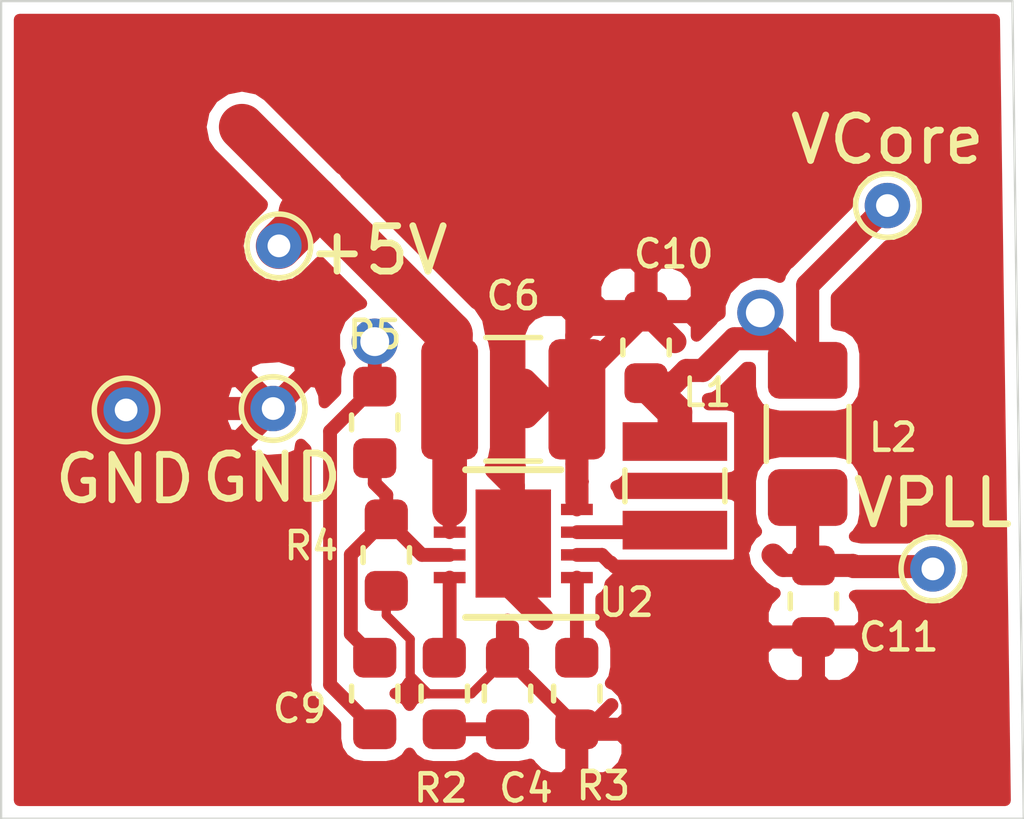
<source format=kicad_pcb>
(kicad_pcb (version 20171130) (host pcbnew 5.0.2-bee76a0~70~ubuntu18.04.1)

  (general
    (thickness 1.6)
    (drawings 4)
    (tracks 116)
    (zones 0)
    (modules 17)
    (nets 10)
  )

  (page A4)
  (layers
    (0 F.Cu signal)
    (1 In1.Cu signal hide)
    (2 In2.Cu signal hide)
    (31 B.Cu signal hide)
    (33 F.Adhes user hide)
    (35 F.Paste user hide)
    (37 F.SilkS user)
    (38 B.Mask user)
    (39 F.Mask user)
    (40 Dwgs.User user)
    (41 Cmts.User user)
    (42 Eco1.User user)
    (43 Eco2.User user)
    (44 Edge.Cuts user)
    (45 Margin user)
    (46 B.CrtYd user hide)
    (47 F.CrtYd user hide)
    (49 F.Fab user hide)
  )

  (setup
    (last_trace_width 0.508)
    (user_trace_width 0.1524)
    (user_trace_width 0.2032)
    (user_trace_width 0.3048)
    (user_trace_width 0.508)
    (user_trace_width 0.762)
    (user_trace_width 1.016)
    (user_trace_width 1.27)
    (trace_clearance 0.1524)
    (zone_clearance 0.254)
    (zone_45_only no)
    (trace_min 0.1524)
    (segment_width 0.2)
    (edge_width 0.05)
    (via_size 0.508)
    (via_drill 0.254)
    (via_min_size 0.508)
    (via_min_drill 0.254)
    (uvia_size 0.508)
    (uvia_drill 0.254)
    (uvias_allowed no)
    (uvia_min_size 0.2)
    (uvia_min_drill 0.1)
    (pcb_text_width 0.3)
    (pcb_text_size 1.5 1.5)
    (mod_edge_width 0.15)
    (mod_text_size 1 1)
    (mod_text_width 0.15)
    (pad_size 1.524 1.524)
    (pad_drill 0.762)
    (pad_to_mask_clearance 0.0508)
    (solder_mask_min_width 0.101)
    (aux_axis_origin 0 0)
    (visible_elements FFFDFF7F)
    (pcbplotparams
      (layerselection 0x010e8_ffffffff)
      (usegerberextensions false)
      (usegerberattributes false)
      (usegerberadvancedattributes false)
      (creategerberjobfile false)
      (excludeedgelayer true)
      (linewidth 0.100000)
      (plotframeref false)
      (viasonmask false)
      (mode 1)
      (useauxorigin false)
      (hpglpennumber 1)
      (hpglpenspeed 20)
      (hpglpendiameter 15.000000)
      (psnegative false)
      (psa4output false)
      (plotreference true)
      (plotvalue false)
      (plotinvisibletext false)
      (padsonsilk false)
      (subtractmaskfromsilk false)
      (outputformat 1)
      (mirror false)
      (drillshape 0)
      (scaleselection 1)
      (outputdirectory "/home/hugh/Dropbox/PSAS/PSAS_repos/newGPS/oresat-gps-hardware/MicroSemi_FPGA_Dev_Board/kicad_board_design/A3P250_Dev_Board/design_files/"))
  )

  (net 0 "")
  (net 1 GND)
  (net 2 "Net-(C4-Pad1)")
  (net 3 "Net-(C10-Pad1)")
  (net 4 "Net-(C9-Pad2)")
  (net 5 +5V)
  (net 6 "Net-(L1-Pad1)")
  (net 7 "Net-(C11-Pad1)")
  (net 8 "Net-(R2-Pad2)")
  (net 9 "Net-(R3-Pad2)")

  (net_class Default "This is the default net class."
    (clearance 0.1524)
    (trace_width 0.1524)
    (via_dia 0.508)
    (via_drill 0.254)
    (uvia_dia 0.508)
    (uvia_drill 0.254)
    (add_net +5V)
    (add_net GND)
    (add_net "Net-(C10-Pad1)")
    (add_net "Net-(C11-Pad1)")
    (add_net "Net-(C4-Pad1)")
    (add_net "Net-(C9-Pad2)")
    (add_net "Net-(L1-Pad1)")
    (add_net "Net-(R2-Pad2)")
    (add_net "Net-(R3-Pad2)")
  )

  (module TestPoint:TestPoint_THTPad_D1.0mm_Drill0.5mm (layer F.Cu) (tedit 5DD38F22) (tstamp 5DDD21E9)
    (at 78.75 84.25)
    (descr "THT pad as test Point, diameter 1.0mm, hole diameter 0.5mm")
    (tags "test point THT pad")
    (path /5DC7725E/5DD257FC)
    (attr virtual)
    (fp_text reference GND (at -0.0254 1.524) (layer F.SilkS)
      (effects (font (size 1 1) (thickness 0.15)))
    )
    (fp_text value GND (at 0 1.55) (layer F.Fab)
      (effects (font (size 1 1) (thickness 0.15)))
    )
    (fp_circle (center 0 0) (end 0 0.7) (layer F.SilkS) (width 0.12))
    (fp_circle (center 0 0) (end 1 0) (layer F.CrtYd) (width 0.05))
    (fp_text user %R (at 0 -1.45) (layer F.Fab)
      (effects (font (size 1 1) (thickness 0.15)))
    )
    (pad 1 thru_hole circle (at 0 0) (size 1 1) (drill 0.5) (layers *.Cu *.Mask)
      (net 1 GND))
  )

  (module TestPoint:TestPoint_THTPad_D1.0mm_Drill0.5mm (layer F.Cu) (tedit 5DD8C6FA) (tstamp 5DDD1BDB)
    (at 95.5 79.75)
    (descr "THT pad as test Point, diameter 1.0mm, hole diameter 0.5mm")
    (tags "test point THT pad")
    (path /5DD3E74F)
    (attr virtual)
    (fp_text reference VCore (at 0 -1.448) (layer F.SilkS)
      (effects (font (size 1 1) (thickness 0.15)))
    )
    (fp_text value "1.5V Core" (at 0 1.55) (layer F.Fab)
      (effects (font (size 1 1) (thickness 0.15)))
    )
    (fp_text user %R (at 0 -1.45) (layer F.Fab)
      (effects (font (size 1 1) (thickness 0.15)))
    )
    (fp_circle (center 0 0) (end 1 0) (layer F.CrtYd) (width 0.05))
    (fp_circle (center 0 0) (end 0 0.7) (layer F.SilkS) (width 0.12))
    (pad 1 thru_hole circle (at 0 0) (size 1 1) (drill 0.5) (layers *.Cu *.Mask)
      (net 3 "Net-(C10-Pad1)"))
  )

  (module TestPoint:TestPoint_THTPad_D1.0mm_Drill0.5mm (layer F.Cu) (tedit 5DD8C6ED) (tstamp 5DDD1BE3)
    (at 96.5 87.75)
    (descr "THT pad as test Point, diameter 1.0mm, hole diameter 0.5mm")
    (tags "test point THT pad")
    (path /5DD451A3)
    (attr virtual)
    (fp_text reference VPLL (at 0 -1.448) (layer F.SilkS)
      (effects (font (size 1 1) (thickness 0.15)))
    )
    (fp_text value "1.5V PLL" (at 0 1.55) (layer F.Fab)
      (effects (font (size 1 1) (thickness 0.15)))
    )
    (fp_circle (center 0 0) (end 0 0.7) (layer F.SilkS) (width 0.12))
    (fp_circle (center 0 0) (end 1 0) (layer F.CrtYd) (width 0.05))
    (fp_text user %R (at 0 -1.45) (layer F.Fab)
      (effects (font (size 1 1) (thickness 0.15)))
    )
    (pad 1 thru_hole circle (at 0 0) (size 1 1) (drill 0.5) (layers *.Cu *.Mask)
      (net 7 "Net-(C11-Pad1)"))
  )

  (module Capacitor_SMD:C_0603_1608Metric (layer F.Cu) (tedit 5DD18DED) (tstamp 5DD59826)
    (at 87.141 90.493 90)
    (descr "Capacitor SMD 0603 (1608 Metric), square (rectangular) end terminal, IPC_7351 nominal, (Body size source: http://www.tortai-tech.com/upload/download/2011102023233369053.pdf), generated with kicad-footprint-generator")
    (tags capacitor)
    (path /5DCA757A)
    (attr smd)
    (fp_text reference C4 (at -2.0828 0.4064 180) (layer F.SilkS)
      (effects (font (size 0.6 0.6) (thickness 0.1)))
    )
    (fp_text value 680pF (at 0 1.43 90) (layer F.Fab)
      (effects (font (size 1 1) (thickness 0.15)))
    )
    (fp_line (start -0.8 0.4) (end -0.8 -0.4) (layer F.Fab) (width 0.1))
    (fp_line (start -0.8 -0.4) (end 0.8 -0.4) (layer F.Fab) (width 0.1))
    (fp_line (start 0.8 -0.4) (end 0.8 0.4) (layer F.Fab) (width 0.1))
    (fp_line (start 0.8 0.4) (end -0.8 0.4) (layer F.Fab) (width 0.1))
    (fp_line (start -0.162779 -0.51) (end 0.162779 -0.51) (layer F.SilkS) (width 0.12))
    (fp_line (start -0.162779 0.51) (end 0.162779 0.51) (layer F.SilkS) (width 0.12))
    (fp_line (start -1.48 0.73) (end -1.48 -0.73) (layer F.CrtYd) (width 0.05))
    (fp_line (start -1.48 -0.73) (end 1.48 -0.73) (layer F.CrtYd) (width 0.05))
    (fp_line (start 1.48 -0.73) (end 1.48 0.73) (layer F.CrtYd) (width 0.05))
    (fp_line (start 1.48 0.73) (end -1.48 0.73) (layer F.CrtYd) (width 0.05))
    (fp_text user %R (at 0 0 90) (layer F.Fab)
      (effects (font (size 0.4 0.4) (thickness 0.06)))
    )
    (pad 1 smd roundrect (at -0.7875 0 90) (size 0.875 0.95) (layers F.Cu F.Paste F.Mask) (roundrect_rratio 0.25)
      (net 2 "Net-(C4-Pad1)"))
    (pad 2 smd roundrect (at 0.7875 0 90) (size 0.875 0.95) (layers F.Cu F.Paste F.Mask) (roundrect_rratio 0.25)
      (net 1 GND))
    (model ${KISYS3DMOD}/Capacitor_SMD.3dshapes/C_0603_1608Metric.wrl
      (at (xyz 0 0 0))
      (scale (xyz 1 1 1))
      (rotate (xyz 0 0 0))
    )
  )

  (module Capacitor_SMD:C_0603_1608Metric (layer F.Cu) (tedit 5DD18D5B) (tstamp 5DD59837)
    (at 84.22 90.493 90)
    (descr "Capacitor SMD 0603 (1608 Metric), square (rectangular) end terminal, IPC_7351 nominal, (Body size source: http://www.tortai-tech.com/upload/download/2011102023233369053.pdf), generated with kicad-footprint-generator")
    (tags capacitor)
    (path /5DCA3E29)
    (attr smd)
    (fp_text reference C9 (at -0.3302 -1.651 180) (layer F.SilkS)
      (effects (font (size 0.6 0.6) (thickness 0.1)))
    )
    (fp_text value 22pF (at 0 1.43 90) (layer F.Fab)
      (effects (font (size 1 1) (thickness 0.15)))
    )
    (fp_text user %R (at 0 0 90) (layer F.Fab)
      (effects (font (size 0.4 0.4) (thickness 0.06)))
    )
    (fp_line (start 1.48 0.73) (end -1.48 0.73) (layer F.CrtYd) (width 0.05))
    (fp_line (start 1.48 -0.73) (end 1.48 0.73) (layer F.CrtYd) (width 0.05))
    (fp_line (start -1.48 -0.73) (end 1.48 -0.73) (layer F.CrtYd) (width 0.05))
    (fp_line (start -1.48 0.73) (end -1.48 -0.73) (layer F.CrtYd) (width 0.05))
    (fp_line (start -0.162779 0.51) (end 0.162779 0.51) (layer F.SilkS) (width 0.12))
    (fp_line (start -0.162779 -0.51) (end 0.162779 -0.51) (layer F.SilkS) (width 0.12))
    (fp_line (start 0.8 0.4) (end -0.8 0.4) (layer F.Fab) (width 0.1))
    (fp_line (start 0.8 -0.4) (end 0.8 0.4) (layer F.Fab) (width 0.1))
    (fp_line (start -0.8 -0.4) (end 0.8 -0.4) (layer F.Fab) (width 0.1))
    (fp_line (start -0.8 0.4) (end -0.8 -0.4) (layer F.Fab) (width 0.1))
    (pad 2 smd roundrect (at 0.7875 0 90) (size 0.875 0.95) (layers F.Cu F.Paste F.Mask) (roundrect_rratio 0.25)
      (net 4 "Net-(C9-Pad2)"))
    (pad 1 smd roundrect (at -0.7875 0 90) (size 0.875 0.95) (layers F.Cu F.Paste F.Mask) (roundrect_rratio 0.25)
      (net 3 "Net-(C10-Pad1)"))
    (model ${KISYS3DMOD}/Capacitor_SMD.3dshapes/C_0603_1608Metric.wrl
      (at (xyz 0 0 0))
      (scale (xyz 1 1 1))
      (rotate (xyz 0 0 0))
    )
  )

  (module Inductor_SMD:L_Wuerth_MAPI-2512 (layer F.Cu) (tedit 5DD18DD3) (tstamp 5DD59936)
    (at 90.824 85.921 90)
    (descr "Inductor, Wuerth Elektronik, Wuerth_MAPI-2512, 2.5mmx2.0mm")
    (tags "inductor Wuerth smd")
    (path /5DCA3C29)
    (attr smd)
    (fp_text reference L1 (at 2.0574 0.7112 180) (layer F.SilkS)
      (effects (font (size 0.6 0.6) (thickness 0.1)))
    )
    (fp_text value 2.2uH (at 0 2.65 90) (layer F.Fab)
      (effects (font (size 1 1) (thickness 0.15)))
    )
    (fp_line (start -0.35 1.1) (end 0.35 1.1) (layer F.SilkS) (width 0.12))
    (fp_line (start -0.35 -1.1) (end 0.35 -1.1) (layer F.SilkS) (width 0.12))
    (fp_line (start 1.75 -1.5) (end -1.75 -1.5) (layer F.CrtYd) (width 0.05))
    (fp_line (start 1.75 1.5) (end 1.75 -1.5) (layer F.CrtYd) (width 0.05))
    (fp_line (start -1.75 1.5) (end 1.75 1.5) (layer F.CrtYd) (width 0.05))
    (fp_line (start -1.75 -1.5) (end -1.75 1.5) (layer F.CrtYd) (width 0.05))
    (fp_line (start 1.25 -1) (end -1.25 -1) (layer F.Fab) (width 0.1))
    (fp_line (start 1.25 1) (end 1.25 -1) (layer F.Fab) (width 0.1))
    (fp_line (start -1.25 1) (end 1.25 1) (layer F.Fab) (width 0.1))
    (fp_line (start -1.25 -1) (end -1.25 1) (layer F.Fab) (width 0.1))
    (fp_text user %R (at 0 0 90) (layer F.Fab)
      (effects (font (size 0.6 0.6) (thickness 0.09)))
    )
    (pad 2 smd rect (at 0.975 0 90) (size 0.85 2.3) (layers F.Cu F.Paste F.Mask)
      (net 3 "Net-(C10-Pad1)"))
    (pad 1 smd rect (at -0.975 0 90) (size 0.85 2.3) (layers F.Cu F.Paste F.Mask)
      (net 6 "Net-(L1-Pad1)"))
    (model ${KISYS3DMOD}/Inductor_SMD.3dshapes/L_Wuerth_MAPI-2512.wrl
      (at (xyz 0 0 0))
      (scale (xyz 1 1 1))
      (rotate (xyz 0 0 0))
    )
  )

  (module Inductor_SMD:L_1206_3216Metric (layer F.Cu) (tedit 5DD18DC6) (tstamp 5DD59947)
    (at 93.745 84.778 270)
    (descr "Inductor SMD 1206 (3216 Metric), square (rectangular) end terminal, IPC_7351 nominal, (Body size source: http://www.tortai-tech.com/upload/download/2011102023233369053.pdf), generated with kicad-footprint-generator")
    (tags inductor)
    (path /5DCAAFDF)
    (attr smd)
    (fp_text reference L2 (at 0.0762 -1.8796) (layer F.SilkS)
      (effects (font (size 0.6 0.6) (thickness 0.1)))
    )
    (fp_text value 6.8uH (at 0 1.82 270) (layer F.Fab)
      (effects (font (size 1 1) (thickness 0.15)))
    )
    (fp_text user %R (at 0 0 270) (layer F.Fab)
      (effects (font (size 0.8 0.8) (thickness 0.12)))
    )
    (fp_line (start 2.28 1.12) (end -2.28 1.12) (layer F.CrtYd) (width 0.05))
    (fp_line (start 2.28 -1.12) (end 2.28 1.12) (layer F.CrtYd) (width 0.05))
    (fp_line (start -2.28 -1.12) (end 2.28 -1.12) (layer F.CrtYd) (width 0.05))
    (fp_line (start -2.28 1.12) (end -2.28 -1.12) (layer F.CrtYd) (width 0.05))
    (fp_line (start -0.602064 0.91) (end 0.602064 0.91) (layer F.SilkS) (width 0.12))
    (fp_line (start -0.602064 -0.91) (end 0.602064 -0.91) (layer F.SilkS) (width 0.12))
    (fp_line (start 1.6 0.8) (end -1.6 0.8) (layer F.Fab) (width 0.1))
    (fp_line (start 1.6 -0.8) (end 1.6 0.8) (layer F.Fab) (width 0.1))
    (fp_line (start -1.6 -0.8) (end 1.6 -0.8) (layer F.Fab) (width 0.1))
    (fp_line (start -1.6 0.8) (end -1.6 -0.8) (layer F.Fab) (width 0.1))
    (pad 2 smd roundrect (at 1.4 0 270) (size 1.25 1.75) (layers F.Cu F.Paste F.Mask) (roundrect_rratio 0.2)
      (net 7 "Net-(C11-Pad1)"))
    (pad 1 smd roundrect (at -1.4 0 270) (size 1.25 1.75) (layers F.Cu F.Paste F.Mask) (roundrect_rratio 0.2)
      (net 3 "Net-(C10-Pad1)"))
    (model ${KISYS3DMOD}/Inductor_SMD.3dshapes/L_1206_3216Metric.wrl
      (at (xyz 0 0 0))
      (scale (xyz 1 1 1))
      (rotate (xyz 0 0 0))
    )
  )

  (module Resistor_SMD:R_0603_1608Metric (layer F.Cu) (tedit 5DD18DE5) (tstamp 5DD59969)
    (at 85.75 90.493 90)
    (descr "Resistor SMD 0603 (1608 Metric), square (rectangular) end terminal, IPC_7351 nominal, (Body size source: http://www.tortai-tech.com/upload/download/2011102023233369053.pdf), generated with kicad-footprint-generator")
    (tags resistor)
    (path /5DCA7506)
    (attr smd)
    (fp_text reference R2 (at -2.0828 -0.0762 180) (layer F.SilkS)
      (effects (font (size 0.6 0.6) (thickness 0.1)))
    )
    (fp_text value 16.9K (at 0 1.43 90) (layer F.Fab)
      (effects (font (size 1 1) (thickness 0.15)))
    )
    (fp_line (start -0.8 0.4) (end -0.8 -0.4) (layer F.Fab) (width 0.1))
    (fp_line (start -0.8 -0.4) (end 0.8 -0.4) (layer F.Fab) (width 0.1))
    (fp_line (start 0.8 -0.4) (end 0.8 0.4) (layer F.Fab) (width 0.1))
    (fp_line (start 0.8 0.4) (end -0.8 0.4) (layer F.Fab) (width 0.1))
    (fp_line (start -0.162779 -0.51) (end 0.162779 -0.51) (layer F.SilkS) (width 0.12))
    (fp_line (start -0.162779 0.51) (end 0.162779 0.51) (layer F.SilkS) (width 0.12))
    (fp_line (start -1.48 0.73) (end -1.48 -0.73) (layer F.CrtYd) (width 0.05))
    (fp_line (start -1.48 -0.73) (end 1.48 -0.73) (layer F.CrtYd) (width 0.05))
    (fp_line (start 1.48 -0.73) (end 1.48 0.73) (layer F.CrtYd) (width 0.05))
    (fp_line (start 1.48 0.73) (end -1.48 0.73) (layer F.CrtYd) (width 0.05))
    (fp_text user %R (at 0 0 90) (layer F.Fab)
      (effects (font (size 0.4 0.4) (thickness 0.06)))
    )
    (pad 1 smd roundrect (at -0.7875 0 90) (size 0.875 0.95) (layers F.Cu F.Paste F.Mask) (roundrect_rratio 0.25)
      (net 2 "Net-(C4-Pad1)"))
    (pad 2 smd roundrect (at 0.7875 0 90) (size 0.875 0.95) (layers F.Cu F.Paste F.Mask) (roundrect_rratio 0.25)
      (net 8 "Net-(R2-Pad2)"))
    (model ${KISYS3DMOD}/Resistor_SMD.3dshapes/R_0603_1608Metric.wrl
      (at (xyz 0 0 0))
      (scale (xyz 1 1 1))
      (rotate (xyz 0 0 0))
    )
  )

  (module Resistor_SMD:R_0603_1608Metric (layer F.Cu) (tedit 5DD18DF6) (tstamp 5DD5997A)
    (at 88.665 90.493 90)
    (descr "Resistor SMD 0603 (1608 Metric), square (rectangular) end terminal, IPC_7351 nominal, (Body size source: http://www.tortai-tech.com/upload/download/2011102023233369053.pdf), generated with kicad-footprint-generator")
    (tags resistor)
    (path /5DCA6B08)
    (attr smd)
    (fp_text reference R3 (at -2.032 0.5842 180) (layer F.SilkS)
      (effects (font (size 0.6 0.6) (thickness 0.1)))
    )
    (fp_text value 549K (at 0 1.43 90) (layer F.Fab)
      (effects (font (size 1 1) (thickness 0.15)))
    )
    (fp_text user %R (at 0 0 90) (layer F.Fab)
      (effects (font (size 0.4 0.4) (thickness 0.06)))
    )
    (fp_line (start 1.48 0.73) (end -1.48 0.73) (layer F.CrtYd) (width 0.05))
    (fp_line (start 1.48 -0.73) (end 1.48 0.73) (layer F.CrtYd) (width 0.05))
    (fp_line (start -1.48 -0.73) (end 1.48 -0.73) (layer F.CrtYd) (width 0.05))
    (fp_line (start -1.48 0.73) (end -1.48 -0.73) (layer F.CrtYd) (width 0.05))
    (fp_line (start -0.162779 0.51) (end 0.162779 0.51) (layer F.SilkS) (width 0.12))
    (fp_line (start -0.162779 -0.51) (end 0.162779 -0.51) (layer F.SilkS) (width 0.12))
    (fp_line (start 0.8 0.4) (end -0.8 0.4) (layer F.Fab) (width 0.1))
    (fp_line (start 0.8 -0.4) (end 0.8 0.4) (layer F.Fab) (width 0.1))
    (fp_line (start -0.8 -0.4) (end 0.8 -0.4) (layer F.Fab) (width 0.1))
    (fp_line (start -0.8 0.4) (end -0.8 -0.4) (layer F.Fab) (width 0.1))
    (pad 2 smd roundrect (at 0.7875 0 90) (size 0.875 0.95) (layers F.Cu F.Paste F.Mask) (roundrect_rratio 0.25)
      (net 9 "Net-(R3-Pad2)"))
    (pad 1 smd roundrect (at -0.7875 0 90) (size 0.875 0.95) (layers F.Cu F.Paste F.Mask) (roundrect_rratio 0.25)
      (net 1 GND))
    (model ${KISYS3DMOD}/Resistor_SMD.3dshapes/R_0603_1608Metric.wrl
      (at (xyz 0 0 0))
      (scale (xyz 1 1 1))
      (rotate (xyz 0 0 0))
    )
  )

  (module Resistor_SMD:R_0603_1608Metric (layer F.Cu) (tedit 5DD18D69) (tstamp 5DD5998B)
    (at 84.474 87.445 90)
    (descr "Resistor SMD 0603 (1608 Metric), square (rectangular) end terminal, IPC_7351 nominal, (Body size source: http://www.tortai-tech.com/upload/download/2011102023233369053.pdf), generated with kicad-footprint-generator")
    (tags resistor)
    (path /5DCA4525)
    (attr smd)
    (fp_text reference R4 (at 0.2032 -1.651 180) (layer F.SilkS)
      (effects (font (size 0.6 0.6) (thickness 0.1)))
    )
    (fp_text value 287K (at 0 1.43 90) (layer F.Fab)
      (effects (font (size 1 1) (thickness 0.15)))
    )
    (fp_line (start -0.8 0.4) (end -0.8 -0.4) (layer F.Fab) (width 0.1))
    (fp_line (start -0.8 -0.4) (end 0.8 -0.4) (layer F.Fab) (width 0.1))
    (fp_line (start 0.8 -0.4) (end 0.8 0.4) (layer F.Fab) (width 0.1))
    (fp_line (start 0.8 0.4) (end -0.8 0.4) (layer F.Fab) (width 0.1))
    (fp_line (start -0.162779 -0.51) (end 0.162779 -0.51) (layer F.SilkS) (width 0.12))
    (fp_line (start -0.162779 0.51) (end 0.162779 0.51) (layer F.SilkS) (width 0.12))
    (fp_line (start -1.48 0.73) (end -1.48 -0.73) (layer F.CrtYd) (width 0.05))
    (fp_line (start -1.48 -0.73) (end 1.48 -0.73) (layer F.CrtYd) (width 0.05))
    (fp_line (start 1.48 -0.73) (end 1.48 0.73) (layer F.CrtYd) (width 0.05))
    (fp_line (start 1.48 0.73) (end -1.48 0.73) (layer F.CrtYd) (width 0.05))
    (fp_text user %R (at 0 0 90) (layer F.Fab)
      (effects (font (size 0.4 0.4) (thickness 0.06)))
    )
    (pad 1 smd roundrect (at -0.7875 0 90) (size 0.875 0.95) (layers F.Cu F.Paste F.Mask) (roundrect_rratio 0.25)
      (net 1 GND))
    (pad 2 smd roundrect (at 0.7875 0 90) (size 0.875 0.95) (layers F.Cu F.Paste F.Mask) (roundrect_rratio 0.25)
      (net 4 "Net-(C9-Pad2)"))
    (model ${KISYS3DMOD}/Resistor_SMD.3dshapes/R_0603_1608Metric.wrl
      (at (xyz 0 0 0))
      (scale (xyz 1 1 1))
      (rotate (xyz 0 0 0))
    )
  )

  (module Resistor_SMD:R_0603_1608Metric (layer F.Cu) (tedit 5DD18D7F) (tstamp 5DD5999C)
    (at 84.22 84.524 270)
    (descr "Resistor SMD 0603 (1608 Metric), square (rectangular) end terminal, IPC_7351 nominal, (Body size source: http://www.tortai-tech.com/upload/download/2011102023233369053.pdf), generated with kicad-footprint-generator")
    (tags resistor)
    (path /5DCA3D26)
    (attr smd)
    (fp_text reference R5 (at -1.9304 0) (layer F.SilkS)
      (effects (font (size 0.6 0.6) (thickness 0.1)))
    )
    (fp_text value 249K (at 0 1.43 270) (layer F.Fab)
      (effects (font (size 1 1) (thickness 0.15)))
    )
    (fp_text user %R (at 0 0 270) (layer F.Fab)
      (effects (font (size 0.4 0.4) (thickness 0.06)))
    )
    (fp_line (start 1.48 0.73) (end -1.48 0.73) (layer F.CrtYd) (width 0.05))
    (fp_line (start 1.48 -0.73) (end 1.48 0.73) (layer F.CrtYd) (width 0.05))
    (fp_line (start -1.48 -0.73) (end 1.48 -0.73) (layer F.CrtYd) (width 0.05))
    (fp_line (start -1.48 0.73) (end -1.48 -0.73) (layer F.CrtYd) (width 0.05))
    (fp_line (start -0.162779 0.51) (end 0.162779 0.51) (layer F.SilkS) (width 0.12))
    (fp_line (start -0.162779 -0.51) (end 0.162779 -0.51) (layer F.SilkS) (width 0.12))
    (fp_line (start 0.8 0.4) (end -0.8 0.4) (layer F.Fab) (width 0.1))
    (fp_line (start 0.8 -0.4) (end 0.8 0.4) (layer F.Fab) (width 0.1))
    (fp_line (start -0.8 -0.4) (end 0.8 -0.4) (layer F.Fab) (width 0.1))
    (fp_line (start -0.8 0.4) (end -0.8 -0.4) (layer F.Fab) (width 0.1))
    (pad 2 smd roundrect (at 0.7875 0 270) (size 0.875 0.95) (layers F.Cu F.Paste F.Mask) (roundrect_rratio 0.25)
      (net 4 "Net-(C9-Pad2)"))
    (pad 1 smd roundrect (at -0.7875 0 270) (size 0.875 0.95) (layers F.Cu F.Paste F.Mask) (roundrect_rratio 0.25)
      (net 3 "Net-(C10-Pad1)"))
    (model ${KISYS3DMOD}/Resistor_SMD.3dshapes/R_0603_1608Metric.wrl
      (at (xyz 0 0 0))
      (scale (xyz 1 1 1))
      (rotate (xyz 0 0 0))
    )
  )

  (module Package_DFN_QFN:DFN-8-1EP_3x3mm_P0.5mm_EP1.66x2.38mm (layer F.Cu) (tedit 5DD18DDC) (tstamp 5DD599CA)
    (at 87.268 87.191 180)
    (descr "DD Package; 8-Lead Plastic DFN (3mm x 3mm) (see Linear Technology DFN_8_05-08-1698.pdf)")
    (tags "DFN 0.5")
    (path /5DEADE9F)
    (attr smd)
    (fp_text reference U2 (at -2.4892 -1.2954 180) (layer F.SilkS)
      (effects (font (size 0.6 0.6) (thickness 0.1)))
    )
    (fp_text value LTC3561A (at 0 2.55 180) (layer F.Fab)
      (effects (font (size 1 1) (thickness 0.15)))
    )
    (fp_line (start -1.825 -1.625) (end 1.05 -1.625) (layer F.SilkS) (width 0.15))
    (fp_line (start -1.05 1.625) (end 1.05 1.625) (layer F.SilkS) (width 0.15))
    (fp_line (start -2 1.8) (end 2 1.8) (layer F.CrtYd) (width 0.05))
    (fp_line (start -2 -1.8) (end 2 -1.8) (layer F.CrtYd) (width 0.05))
    (fp_line (start 2 -1.8) (end 2 1.8) (layer F.CrtYd) (width 0.05))
    (fp_line (start -2 -1.8) (end -2 1.8) (layer F.CrtYd) (width 0.05))
    (fp_line (start -1.5 -0.5) (end -0.5 -1.5) (layer F.Fab) (width 0.15))
    (fp_line (start -1.5 1.5) (end -1.5 -0.5) (layer F.Fab) (width 0.15))
    (fp_line (start 1.5 1.5) (end -1.5 1.5) (layer F.Fab) (width 0.15))
    (fp_line (start 1.5 -1.5) (end 1.5 1.5) (layer F.Fab) (width 0.15))
    (fp_line (start -0.5 -1.5) (end 1.5 -1.5) (layer F.Fab) (width 0.15))
    (fp_text user %R (at 0 0 180) (layer F.Fab)
      (effects (font (size 0.7 0.7) (thickness 0.105)))
    )
    (pad "" smd rect (at -0.415 -0.595 180) (size 0.64 1) (layers F.Paste))
    (pad "" smd rect (at 0.415 -0.595 180) (size 0.64 1) (layers F.Paste))
    (pad "" smd rect (at -0.415 0.595 180) (size 0.64 1) (layers F.Paste))
    (pad 9 smd rect (at 0 0 180) (size 1.66 2.38) (layers F.Cu F.Mask)
      (net 1 GND))
    (pad "" smd rect (at 0.415 0.595 180) (size 0.64 1) (layers F.Paste))
    (pad 8 smd rect (at 1.4 -0.75 180) (size 0.7 0.25) (layers F.Cu F.Paste F.Mask)
      (net 8 "Net-(R2-Pad2)"))
    (pad 7 smd rect (at 1.4 -0.25 180) (size 0.7 0.25) (layers F.Cu F.Paste F.Mask)
      (net 4 "Net-(C9-Pad2)"))
    (pad 6 smd rect (at 1.4 0.25 180) (size 0.7 0.25) (layers F.Cu F.Paste F.Mask)
      (net 5 +5V))
    (pad 5 smd rect (at 1.4 0.75 180) (size 0.7 0.25) (layers F.Cu F.Paste F.Mask)
      (net 5 +5V))
    (pad 4 smd rect (at -1.4 0.75 180) (size 0.7 0.25) (layers F.Cu F.Paste F.Mask)
      (net 1 GND))
    (pad 3 smd rect (at -1.4 0.25 180) (size 0.7 0.25) (layers F.Cu F.Paste F.Mask)
      (net 6 "Net-(L1-Pad1)"))
    (pad 2 smd rect (at -1.4 -0.25 180) (size 0.7 0.25) (layers F.Cu F.Paste F.Mask)
      (net 1 GND))
    (pad 1 smd rect (at -1.4 -0.75 180) (size 0.7 0.25) (layers F.Cu F.Paste F.Mask)
      (net 9 "Net-(R3-Pad2)"))
    (model ${KISYS3DMOD}/Package_DFN_QFN.3dshapes/DFN-8-1EP_3x3mm_P0.5mm_EP1.66x2.38mm.wrl
      (at (xyz 0 0 0))
      (scale (xyz 1 1 1))
      (rotate (xyz 0 0 0))
    )
  )

  (module Capacitor_SMD:C_1210_3225Metric (layer F.Cu) (tedit 5DD18DB4) (tstamp 5DC926C6)
    (at 87.268 84.016)
    (descr "Capacitor SMD 1210 (3225 Metric), square (rectangular) end terminal, IPC_7351 nominal, (Body size source: http://www.tortai-tech.com/upload/download/2011102023233369053.pdf), generated with kicad-footprint-generator")
    (tags capacitor)
    (path /5DCA3837)
    (attr smd)
    (fp_text reference C6 (at 0 -2.28) (layer F.SilkS)
      (effects (font (size 0.6 0.6) (thickness 0.1)))
    )
    (fp_text value 22uF (at 0 -3.81) (layer F.Fab)
      (effects (font (size 1 1) (thickness 0.15)))
    )
    (fp_text user %R (at 0 0) (layer F.Fab)
      (effects (font (size 0.8 0.8) (thickness 0.12)))
    )
    (fp_line (start 2.28 1.58) (end -2.28 1.58) (layer F.CrtYd) (width 0.05))
    (fp_line (start 2.28 -1.58) (end 2.28 1.58) (layer F.CrtYd) (width 0.05))
    (fp_line (start -2.28 -1.58) (end 2.28 -1.58) (layer F.CrtYd) (width 0.05))
    (fp_line (start -2.28 1.58) (end -2.28 -1.58) (layer F.CrtYd) (width 0.05))
    (fp_line (start -0.602064 1.36) (end 0.602064 1.36) (layer F.SilkS) (width 0.12))
    (fp_line (start -0.602064 -1.36) (end 0.602064 -1.36) (layer F.SilkS) (width 0.12))
    (fp_line (start 1.6 1.25) (end -1.6 1.25) (layer F.Fab) (width 0.1))
    (fp_line (start 1.6 -1.25) (end 1.6 1.25) (layer F.Fab) (width 0.1))
    (fp_line (start -1.6 -1.25) (end 1.6 -1.25) (layer F.Fab) (width 0.1))
    (fp_line (start -1.6 1.25) (end -1.6 -1.25) (layer F.Fab) (width 0.1))
    (pad 2 smd roundrect (at 1.4 0) (size 1.25 2.65) (layers F.Cu F.Paste F.Mask) (roundrect_rratio 0.2)
      (net 1 GND))
    (pad 1 smd roundrect (at -1.4 0) (size 1.25 2.65) (layers F.Cu F.Paste F.Mask) (roundrect_rratio 0.2)
      (net 5 +5V))
    (model ${KISYS3DMOD}/Capacitor_SMD.3dshapes/C_1210_3225Metric.wrl
      (at (xyz 0 0 0))
      (scale (xyz 1 1 1))
      (rotate (xyz 0 0 0))
    )
  )

  (module Capacitor_SMD:C_0603_1608Metric (layer F.Cu) (tedit 5DD18DBD) (tstamp 5DC926F9)
    (at 90.189 82.873 90)
    (descr "Capacitor SMD 0603 (1608 Metric), square (rectangular) end terminal, IPC_7351 nominal, (Body size source: http://www.tortai-tech.com/upload/download/2011102023233369053.pdf), generated with kicad-footprint-generator")
    (tags capacitor)
    (path /5DCA3B25)
    (attr smd)
    (fp_text reference C10 (at 2.0574 0.6096 180) (layer F.SilkS)
      (effects (font (size 0.6 0.6) (thickness 0.1)))
    )
    (fp_text value 10uF (at 0 1.43 90) (layer F.Fab)
      (effects (font (size 1 1) (thickness 0.15)))
    )
    (fp_text user %R (at 0 0 90) (layer F.Fab)
      (effects (font (size 0.4 0.4) (thickness 0.06)))
    )
    (fp_line (start 1.48 0.73) (end -1.48 0.73) (layer F.CrtYd) (width 0.05))
    (fp_line (start 1.48 -0.73) (end 1.48 0.73) (layer F.CrtYd) (width 0.05))
    (fp_line (start -1.48 -0.73) (end 1.48 -0.73) (layer F.CrtYd) (width 0.05))
    (fp_line (start -1.48 0.73) (end -1.48 -0.73) (layer F.CrtYd) (width 0.05))
    (fp_line (start -0.162779 0.51) (end 0.162779 0.51) (layer F.SilkS) (width 0.12))
    (fp_line (start -0.162779 -0.51) (end 0.162779 -0.51) (layer F.SilkS) (width 0.12))
    (fp_line (start 0.8 0.4) (end -0.8 0.4) (layer F.Fab) (width 0.1))
    (fp_line (start 0.8 -0.4) (end 0.8 0.4) (layer F.Fab) (width 0.1))
    (fp_line (start -0.8 -0.4) (end 0.8 -0.4) (layer F.Fab) (width 0.1))
    (fp_line (start -0.8 0.4) (end -0.8 -0.4) (layer F.Fab) (width 0.1))
    (pad 2 smd roundrect (at 0.7875 0 90) (size 0.875 0.95) (layers F.Cu F.Paste F.Mask) (roundrect_rratio 0.25)
      (net 1 GND))
    (pad 1 smd roundrect (at -0.7875 0 90) (size 0.875 0.95) (layers F.Cu F.Paste F.Mask) (roundrect_rratio 0.25)
      (net 3 "Net-(C10-Pad1)"))
    (model ${KISYS3DMOD}/Capacitor_SMD.3dshapes/C_0603_1608Metric.wrl
      (at (xyz 0 0 0))
      (scale (xyz 1 1 1))
      (rotate (xyz 0 0 0))
    )
  )

  (module Capacitor_SMD:C_0603_1608Metric (layer F.Cu) (tedit 5DD18E00) (tstamp 5DC9270A)
    (at 93.872 88.461 270)
    (descr "Capacitor SMD 0603 (1608 Metric), square (rectangular) end terminal, IPC_7351 nominal, (Body size source: http://www.tortai-tech.com/upload/download/2011102023233369053.pdf), generated with kicad-footprint-generator")
    (tags capacitor)
    (path /5DD60577)
    (attr smd)
    (fp_text reference C11 (at 0.789 -1.878) (layer F.SilkS)
      (effects (font (size 0.6 0.6) (thickness 0.1)))
    )
    (fp_text value 10uF (at 0 1.43 270) (layer F.Fab)
      (effects (font (size 1 1) (thickness 0.15)))
    )
    (fp_line (start -0.8 0.4) (end -0.8 -0.4) (layer F.Fab) (width 0.1))
    (fp_line (start -0.8 -0.4) (end 0.8 -0.4) (layer F.Fab) (width 0.1))
    (fp_line (start 0.8 -0.4) (end 0.8 0.4) (layer F.Fab) (width 0.1))
    (fp_line (start 0.8 0.4) (end -0.8 0.4) (layer F.Fab) (width 0.1))
    (fp_line (start -0.162779 -0.51) (end 0.162779 -0.51) (layer F.SilkS) (width 0.12))
    (fp_line (start -0.162779 0.51) (end 0.162779 0.51) (layer F.SilkS) (width 0.12))
    (fp_line (start -1.48 0.73) (end -1.48 -0.73) (layer F.CrtYd) (width 0.05))
    (fp_line (start -1.48 -0.73) (end 1.48 -0.73) (layer F.CrtYd) (width 0.05))
    (fp_line (start 1.48 -0.73) (end 1.48 0.73) (layer F.CrtYd) (width 0.05))
    (fp_line (start 1.48 0.73) (end -1.48 0.73) (layer F.CrtYd) (width 0.05))
    (fp_text user %R (at 0 0 270) (layer F.Fab)
      (effects (font (size 0.4 0.4) (thickness 0.06)))
    )
    (pad 1 smd roundrect (at -0.7875 0 270) (size 0.875 0.95) (layers F.Cu F.Paste F.Mask) (roundrect_rratio 0.25)
      (net 7 "Net-(C11-Pad1)"))
    (pad 2 smd roundrect (at 0.7875 0 270) (size 0.875 0.95) (layers F.Cu F.Paste F.Mask) (roundrect_rratio 0.25)
      (net 1 GND))
    (model ${KISYS3DMOD}/Capacitor_SMD.3dshapes/C_0603_1608Metric.wrl
      (at (xyz 0 0 0))
      (scale (xyz 1 1 1))
      (rotate (xyz 0 0 0))
    )
  )

  (module TestPoint:TestPoint_THTPad_D1.0mm_Drill0.5mm (layer F.Cu) (tedit 5DD38F5B) (tstamp 5DDE5315)
    (at 82.1118 80.6378)
    (descr "THT pad as test Point, diameter 1.0mm, hole diameter 0.5mm")
    (tags "test point THT pad")
    (path /5DC7725E/5DD255AD)
    (attr virtual)
    (fp_text reference +5V (at 2.1844 0.1016) (layer F.SilkS)
      (effects (font (size 1 1) (thickness 0.15)))
    )
    (fp_text value +5V (at 0 1.55) (layer F.Fab)
      (effects (font (size 1 1) (thickness 0.15)))
    )
    (fp_circle (center 0 0) (end 0 0.7) (layer F.SilkS) (width 0.12))
    (fp_circle (center 0 0) (end 1 0) (layer F.CrtYd) (width 0.05))
    (fp_text user %R (at 0 -1.45) (layer F.Fab)
      (effects (font (size 1 1) (thickness 0.15)))
    )
    (pad 1 thru_hole circle (at 0 0) (size 1 1) (drill 0.5) (layers *.Cu *.Mask)
      (net 5 +5V))
  )

  (module TestPoint:TestPoint_THTPad_D1.0mm_Drill0.5mm (layer F.Cu) (tedit 5DD38F22) (tstamp 5DDE531D)
    (at 81.9848 84.2192)
    (descr "THT pad as test Point, diameter 1.0mm, hole diameter 0.5mm")
    (tags "test point THT pad")
    (path /5DC7725E/5DD257FC)
    (attr virtual)
    (fp_text reference GND (at -0.0254 1.524) (layer F.SilkS)
      (effects (font (size 1 1) (thickness 0.15)))
    )
    (fp_text value GND (at 0 1.55) (layer F.Fab)
      (effects (font (size 1 1) (thickness 0.15)))
    )
    (fp_text user %R (at 0 -1.45) (layer F.Fab)
      (effects (font (size 1 1) (thickness 0.15)))
    )
    (fp_circle (center 0 0) (end 1 0) (layer F.CrtYd) (width 0.05))
    (fp_circle (center 0 0) (end 0 0.7) (layer F.SilkS) (width 0.12))
    (pad 1 thru_hole circle (at 0 0) (size 1 1) (drill 0.5) (layers *.Cu *.Mask)
      (net 1 GND))
  )

  (gr_line (start 98.25 75.25) (end 76 75.25) (layer Edge.Cuts) (width 0.05))
  (gr_line (start 98.5 93.25) (end 98.25 75.25) (layer Edge.Cuts) (width 0.05))
  (gr_line (start 76 93.25) (end 98.5 93.25) (layer Edge.Cuts) (width 0.05))
  (gr_line (start 76 75.25) (end 76 93.25) (layer Edge.Cuts) (width 0.05))

  (segment (start 87.943 84.016) (end 87.522 83.595) (width 0.508) (layer F.Cu) (net 1))
  (segment (start 88.668 84.016) (end 87.943 84.016) (width 0.508) (layer F.Cu) (net 1))
  (segment (start 87.943 84.016) (end 87.562 84.397) (width 0.508) (layer F.Cu) (net 1))
  (segment (start 88.668 83.6065) (end 90.189 82.0855) (width 0.508) (layer F.Cu) (net 1))
  (segment (start 88.668 84.016) (end 88.668 83.6065) (width 0.508) (layer F.Cu) (net 1))
  (segment (start 87.268 85.921) (end 86.887 85.54) (width 0.508) (layer F.Cu) (net 1))
  (segment (start 87.268 87.191) (end 87.268 85.921) (width 0.508) (layer F.Cu) (net 1))
  (segment (start 87.268 87.191) (end 87.268 88.207) (width 0.508) (layer F.Cu) (net 1))
  (segment (start 87.268 88.207) (end 87.903 88.842) (width 0.508) (layer F.Cu) (net 1))
  (segment (start 90.189 82.0855) (end 89.1985 82.0855) (width 0.508) (layer F.Cu) (net 1))
  (segment (start 89.1985 82.0855) (end 89.173 82.111) (width 0.508) (layer F.Cu) (net 1))
  (segment (start 88.668 82.616) (end 89.173 82.111) (width 0.508) (layer F.Cu) (net 1))
  (segment (start 88.668 84.016) (end 88.668 82.616) (width 0.508) (layer F.Cu) (net 1))
  (segment (start 90.189 82.0855) (end 90.189 82.111) (width 0.508) (layer F.Cu) (net 1))
  (segment (start 90.189 82.111) (end 90.824 82.746) (width 0.508) (layer F.Cu) (net 1))
  (segment (start 88.668 82.591) (end 88.894 82.365) (width 0.508) (layer F.Cu) (net 1))
  (segment (start 88.894 82.365) (end 89.554 82.365) (width 0.508) (layer F.Cu) (net 1))
  (segment (start 88.668 84.016) (end 88.668 82.591) (width 0.508) (layer F.Cu) (net 1))
  (segment (start 88.668 85.924) (end 88.665 85.921) (width 0.3048) (layer F.Cu) (net 1))
  (segment (start 92.278801 84.200801) (end 92.094 84.016) (width 0.3048) (layer F.Cu) (net 1))
  (segment (start 92.221 87.699) (end 92.278801 87.641199) (width 0.3048) (layer F.Cu) (net 1))
  (segment (start 92.278801 87.641199) (end 92.278801 84.200801) (width 0.3048) (layer F.Cu) (net 1))
  (segment (start 89.503358 87.699) (end 92.221 87.699) (width 0.3048) (layer F.Cu) (net 1))
  (segment (start 89.388948 87.610668) (end 89.415026 87.610668) (width 0.3048) (layer F.Cu) (net 1))
  (segment (start 89.415026 87.610668) (end 89.503358 87.699) (width 0.3048) (layer F.Cu) (net 1))
  (segment (start 89.21928 87.441) (end 89.388948 87.610668) (width 0.3048) (layer F.Cu) (net 1))
  (segment (start 88.668 87.441) (end 89.21928 87.441) (width 0.3048) (layer F.Cu) (net 1))
  (segment (start 88.665 91.2295) (end 87.141 89.7055) (width 0.3048) (layer F.Cu) (net 1))
  (segment (start 88.665 91.2805) (end 88.665 91.2295) (width 0.3048) (layer F.Cu) (net 1))
  (segment (start 88.665 91.2805) (end 88.8935 91.2805) (width 0.3048) (layer F.Cu) (net 1))
  (segment (start 88.8935 91.2805) (end 89.427 90.747) (width 0.3048) (layer F.Cu) (net 1))
  (segment (start 93.0085 89.2485) (end 92.983 89.223) (width 0.3048) (layer F.Cu) (net 1))
  (segment (start 93.872 89.2485) (end 93.0085 89.2485) (width 0.3048) (layer F.Cu) (net 1))
  (segment (start 94.7355 89.2485) (end 94.761 89.223) (width 0.3048) (layer F.Cu) (net 1))
  (segment (start 93.872 89.2485) (end 94.7355 89.2485) (width 0.3048) (layer F.Cu) (net 1))
  (segment (start 77.87 80.02) (end 79.081 80.02) (width 1.27) (layer F.Cu) (net 1))
  (segment (start 79.081 80.02) (end 79.14 80.079) (width 1.27) (layer F.Cu) (net 1))
  (segment (start 79.14 80.079) (end 80.156 80.079) (width 1.27) (layer F.Cu) (net 1))
  (segment (start 76.915406 80.02) (end 76.57341 80.02) (width 0.508) (layer F.Cu) (net 1))
  (segment (start 77.87 80.02) (end 76.915406 80.02) (width 0.508) (layer F.Cu) (net 1))
  (segment (start 87.141 91.2805) (end 85.617 91.2805) (width 0.3048) (layer F.Cu) (net 2))
  (segment (start 90.824 84.2955) (end 90.189 83.6605) (width 0.762) (layer F.Cu) (net 3))
  (segment (start 90.824 84.946) (end 90.824 84.2955) (width 0.762) (layer F.Cu) (net 3))
  (segment (start 90.189 83.6605) (end 90.7985 83.6605) (width 0.508) (layer F.Cu) (net 3))
  (segment (start 90.7985 83.6605) (end 91.078 83.381) (width 0.508) (layer F.Cu) (net 3))
  (segment (start 93.04929 82.68229) (end 93.745 83.378) (width 0.508) (layer F.Cu) (net 3))
  (segment (start 91.43721 83.381) (end 92.13592 82.68229) (width 0.508) (layer F.Cu) (net 3))
  (segment (start 91.078 83.381) (end 91.43721 83.381) (width 0.508) (layer F.Cu) (net 3))
  (segment (start 83.758388 84.198112) (end 84.22 83.7365) (width 0.3048) (layer F.Cu) (net 3))
  (segment (start 83.23698 84.71952) (end 83.758388 84.198112) (width 0.3048) (layer F.Cu) (net 3))
  (segment (start 83.23698 90.29748) (end 83.23698 84.71952) (width 0.3048) (layer F.Cu) (net 3))
  (segment (start 84.22 91.2805) (end 83.23698 90.29748) (width 0.3048) (layer F.Cu) (net 3))
  (via (at 84.22 82.746) (size 1.016) (drill 0.635) (layers F.Cu B.Cu) (net 3))
  (segment (start 84.22 83.7365) (end 84.22 82.746) (width 0.3048) (layer F.Cu) (net 3))
  (segment (start 93.491 83.124) (end 93.745 83.378) (width 0.3048) (layer F.Cu) (net 3))
  (segment (start 92.475 82.3396) (end 92.7036 82.111) (width 0.3048) (layer F.Cu) (net 3))
  (segment (start 92.475 82.68229) (end 92.475 82.3396) (width 0.3048) (layer F.Cu) (net 3))
  (segment (start 92.13592 82.68229) (end 92.475 82.68229) (width 0.508) (layer F.Cu) (net 3))
  (segment (start 92.475 82.68229) (end 93.04929 82.68229) (width 0.508) (layer F.Cu) (net 3))
  (segment (start 85.2575 87.441) (end 84.474 86.6575) (width 0.3048) (layer F.Cu) (net 4))
  (segment (start 85.868 87.441) (end 85.2575 87.441) (width 0.3048) (layer F.Cu) (net 4))
  (segment (start 84.474 86.6575) (end 84.474 86.12) (width 0.3048) (layer F.Cu) (net 4))
  (segment (start 84.22 85.866) (end 84.22 85.3115) (width 0.3048) (layer F.Cu) (net 4))
  (segment (start 84.474 86.12) (end 84.22 85.866) (width 0.3048) (layer F.Cu) (net 4))
  (segment (start 84.012388 87.119112) (end 84.474 86.6575) (width 0.3048) (layer F.Cu) (net 4))
  (segment (start 83.69419 87.43731) (end 84.012388 87.119112) (width 0.3048) (layer F.Cu) (net 4))
  (segment (start 83.69419 89.17969) (end 83.69419 87.43731) (width 0.3048) (layer F.Cu) (net 4))
  (segment (start 84.22 89.7055) (end 83.69419 89.17969) (width 0.3048) (layer F.Cu) (net 4))
  (segment (start 86.544999 76.694999) (end 85.87 76.02) (width 0.3048) (layer F.Cu) (net 1))
  (segment (start 90.437 80.587) (end 86.544999 76.694999) (width 0.3048) (layer F.Cu) (net 1))
  (segment (start 93.5418 80.587) (end 90.437 80.587) (width 0.3048) (layer F.Cu) (net 1))
  (segment (start 84.474 88.77) (end 85 89.296) (width 0.2032) (layer F.Cu) (net 1))
  (segment (start 84.474 88.2325) (end 84.474 88.77) (width 0.2032) (layer F.Cu) (net 1))
  (segment (start 85 90.099086) (end 85.400914 90.5) (width 0.2032) (layer F.Cu) (net 1))
  (segment (start 85 89.296) (end 85 90.099086) (width 0.2032) (layer F.Cu) (net 1))
  (segment (start 86.3465 90.5) (end 87.141 89.7055) (width 0.2032) (layer F.Cu) (net 1))
  (segment (start 85.400914 90.5) (end 86.3465 90.5) (width 0.2032) (layer F.Cu) (net 1))
  (segment (start 88.668 85.441) (end 88.668 86.25) (width 0.508) (layer F.Cu) (net 1))
  (segment (start 88.668 86.441) (end 88.668 86.25) (width 0.3048) (layer F.Cu) (net 1))
  (segment (start 88.668 84.016) (end 88.668 85.441) (width 0.508) (layer F.Cu) (net 1))
  (segment (start 88.668 86.25) (end 88.668 85.924) (width 0.3048) (layer F.Cu) (net 1))
  (segment (start 78.7808 84.2192) (end 78.75 84.25) (width 0.508) (layer F.Cu) (net 1))
  (segment (start 81.9848 84.2192) (end 78.7808 84.2192) (width 0.508) (layer F.Cu) (net 1))
  (segment (start 93.745 81.505) (end 95.5 79.75) (width 0.508) (layer F.Cu) (net 3))
  (segment (start 93.745 83.378) (end 93.745 81.505) (width 0.508) (layer F.Cu) (net 3))
  (via (at 92.7036 82.111) (size 1.016) (drill 0.635) (layers F.Cu B.Cu) (net 3))
  (segment (start 85.868 86.941) (end 85.868 84.016) (width 0.3048) (layer F.Cu) (net 5))
  (segment (start 85.868 86.441) (end 85.868 84.016) (width 0.762) (layer F.Cu) (net 5))
  (segment (start 89.746394 78.02) (end 89.773394 78.047) (width 1.016) (layer In2.Cu) (net 5))
  (segment (start 85.871 78.02) (end 89.746394 78.02) (width 1.016) (layer In2.Cu) (net 5))
  (segment (start 85.868 84.016) (end 85.868 82.589) (width 1.016) (layer F.Cu) (net 5))
  (segment (start 77.87 78.02) (end 81.299 78.02) (width 1.016) (layer In2.Cu) (net 5))
  (segment (start 81.299 78.02) (end 85.871 78.02) (width 1.016) (layer In2.Cu) (net 5))
  (segment (start 82.1372 80.3854) (end 82.9008 79.6218) (width 0.3048) (layer F.Cu) (net 5))
  (segment (start 82.1372 80.6124) (end 82.1372 80.3854) (width 0.3048) (layer F.Cu) (net 5))
  (segment (start 85.868 82.589) (end 82.9008 79.6218) (width 1.016) (layer F.Cu) (net 5))
  (segment (start 82.9008 79.6218) (end 81.299 78.02) (width 1.016) (layer F.Cu) (net 5))
  (segment (start 82.611799 80.137801) (end 82.611799 79.910801) (width 1.016) (layer F.Cu) (net 5))
  (segment (start 82.611799 79.910801) (end 82.9008 79.6218) (width 1.016) (layer F.Cu) (net 5))
  (segment (start 82.1118 80.6378) (end 82.611799 80.137801) (width 1.016) (layer F.Cu) (net 5))
  (segment (start 90.779 86.941) (end 90.824 86.896) (width 0.3048) (layer F.Cu) (net 6))
  (segment (start 88.668 86.941) (end 90.779 86.941) (width 0.3048) (layer F.Cu) (net 6))
  (segment (start 93.745 87.5465) (end 93.872 87.6735) (width 0.508) (layer F.Cu) (net 7))
  (segment (start 93.745 86.178) (end 93.745 87.5465) (width 0.508) (layer F.Cu) (net 7))
  (segment (start 93.872 87.6735) (end 93.2115 87.6735) (width 0.508) (layer F.Cu) (net 7))
  (segment (start 93.2115 87.6735) (end 92.983 87.445) (width 0.508) (layer F.Cu) (net 7))
  (segment (start 94.761 87.699) (end 92.965726 87.699) (width 1.27) (layer In2.Cu) (net 7))
  (segment (start 92.965726 87.699) (end 90.788863 89.875863) (width 1.27) (layer In2.Cu) (net 7))
  (segment (start 93.872 87.6735) (end 94.7355 87.6735) (width 0.508) (layer F.Cu) (net 7))
  (segment (start 94.7355 87.6735) (end 94.761 87.699) (width 0.508) (layer F.Cu) (net 7))
  (segment (start 96.449 87.699) (end 96.5 87.75) (width 0.508) (layer F.Cu) (net 7))
  (segment (start 94.761 87.699) (end 96.449 87.699) (width 0.508) (layer F.Cu) (net 7))
  (segment (start 85.868 89.5875) (end 85.75 89.7055) (width 0.3048) (layer F.Cu) (net 8))
  (segment (start 85.868 87.941) (end 85.868 89.5875) (width 0.3048) (layer F.Cu) (net 8))
  (segment (start 88.668 89.7025) (end 88.665 89.7055) (width 0.3048) (layer F.Cu) (net 9))
  (segment (start 88.668 87.941) (end 88.668 89.7025) (width 0.3048) (layer F.Cu) (net 9))

  (zone (net 1) (net_name GND) (layer F.Cu) (tstamp 0) (hatch edge 0.508)
    (connect_pads (clearance 0.254))
    (min_thickness 0.254)
    (fill yes (arc_segments 16) (thermal_gap 0.508) (thermal_bridge_width 0.508))
    (polygon
      (pts
        (xy 76 75.25) (xy 76 93.25) (xy 98.5 93.25) (xy 98.25 75.25)
      )
    )
    (filled_polygon
      (pts
        (xy 98.088322 92.844) (xy 76.406 92.844) (xy 76.406 84.074172) (xy 80.836688 84.074172) (xy 80.868583 84.524575)
        (xy 80.979583 84.792552) (xy 81.194696 84.829699) (xy 81.805195 84.2192) (xy 81.194696 83.608701) (xy 80.979583 83.645848)
        (xy 80.836688 84.074172) (xy 76.406 84.074172) (xy 76.406 83.429096) (xy 81.374301 83.429096) (xy 81.9848 84.039595)
        (xy 82.595299 83.429096) (xy 82.558152 83.213983) (xy 82.129828 83.071088) (xy 81.679425 83.102983) (xy 81.411448 83.213983)
        (xy 81.374301 83.429096) (xy 76.406 83.429096) (xy 76.406 78.02) (xy 80.392584 78.02) (xy 80.461582 78.36687)
        (xy 80.608471 78.586706) (xy 81.743075 79.721311) (xy 81.736128 79.756237) (xy 81.421271 80.071094) (xy 81.398493 80.105184)
        (xy 81.364924 80.138753) (xy 81.346756 80.182613) (xy 81.274382 80.29093) (xy 81.248966 80.4187) (xy 81.2308 80.462558)
        (xy 81.2308 80.510027) (xy 81.205384 80.6378) (xy 81.2308 80.765573) (xy 81.2308 80.813042) (xy 81.248966 80.8569)
        (xy 81.274382 80.98467) (xy 81.346756 81.092985) (xy 81.364924 81.136847) (xy 81.398495 81.170418) (xy 81.470868 81.278732)
        (xy 81.579182 81.351105) (xy 81.612753 81.384676) (xy 81.656615 81.402844) (xy 81.76493 81.475218) (xy 81.8927 81.500634)
        (xy 81.936558 81.5188) (xy 81.984027 81.5188) (xy 82.1118 81.544216) (xy 82.239573 81.5188) (xy 82.287042 81.5188)
        (xy 82.3309 81.500634) (xy 82.45867 81.475218) (xy 82.566987 81.402844) (xy 82.610847 81.384676) (xy 82.644416 81.351107)
        (xy 82.678506 81.328329) (xy 83.0143 80.992535) (xy 83.926917 81.905152) (xy 83.716422 81.992342) (xy 83.466342 82.242422)
        (xy 83.331 82.569167) (xy 83.331 82.922833) (xy 83.451164 83.212934) (xy 83.402757 83.285379) (xy 83.356536 83.51775)
        (xy 83.356536 83.845623) (xy 83.113405 84.088755) (xy 83.101017 83.913825) (xy 82.990017 83.645848) (xy 82.774904 83.608701)
        (xy 82.164405 84.2192) (xy 82.178548 84.233343) (xy 81.998943 84.412948) (xy 81.9848 84.398805) (xy 81.374301 85.009304)
        (xy 81.411448 85.224417) (xy 81.839772 85.367312) (xy 82.290175 85.335417) (xy 82.558152 85.224417) (xy 82.595299 85.009307)
        (xy 82.703581 85.117589) (xy 82.70358 90.244954) (xy 82.693132 90.29748) (xy 82.70358 90.350006) (xy 82.70358 90.35001)
        (xy 82.734529 90.505601) (xy 82.852421 90.682039) (xy 82.896957 90.711797) (xy 83.356536 91.171377) (xy 83.356536 91.49925)
        (xy 83.402757 91.731621) (xy 83.534385 91.928615) (xy 83.731379 92.060243) (xy 83.96375 92.106464) (xy 84.47625 92.106464)
        (xy 84.708621 92.060243) (xy 84.905615 91.928615) (xy 84.985 91.809808) (xy 85.064385 91.928615) (xy 85.261379 92.060243)
        (xy 85.49375 92.106464) (xy 86.00625 92.106464) (xy 86.238621 92.060243) (xy 86.435615 91.928615) (xy 86.4455 91.913821)
        (xy 86.455385 91.928615) (xy 86.652379 92.060243) (xy 86.88475 92.106464) (xy 87.39725 92.106464) (xy 87.629621 92.060243)
        (xy 87.64123 92.052486) (xy 87.651673 92.077698) (xy 87.830301 92.256327) (xy 88.06369 92.353) (xy 88.37925 92.353)
        (xy 88.538 92.19425) (xy 88.538 91.4075) (xy 88.792 91.4075) (xy 88.792 92.19425) (xy 88.95075 92.353)
        (xy 89.26631 92.353) (xy 89.499699 92.256327) (xy 89.678327 92.077698) (xy 89.775 91.844309) (xy 89.775 91.56625)
        (xy 89.61625 91.4075) (xy 88.792 91.4075) (xy 88.538 91.4075) (xy 88.518 91.4075) (xy 88.518 91.1535)
        (xy 88.538 91.1535) (xy 88.538 91.1335) (xy 88.792 91.1335) (xy 88.792 91.1535) (xy 89.61625 91.1535)
        (xy 89.775 90.99475) (xy 89.775 90.716691) (xy 89.678327 90.483302) (xy 89.499699 90.304673) (xy 89.408546 90.266916)
        (xy 89.482243 90.156621) (xy 89.528464 89.92425) (xy 89.528464 89.53425) (xy 92.762 89.53425) (xy 92.762 89.812309)
        (xy 92.858673 90.045698) (xy 93.037301 90.224327) (xy 93.27069 90.321) (xy 93.58625 90.321) (xy 93.745 90.16225)
        (xy 93.745 89.3755) (xy 93.999 89.3755) (xy 93.999 90.16225) (xy 94.15775 90.321) (xy 94.47331 90.321)
        (xy 94.706699 90.224327) (xy 94.885327 90.045698) (xy 94.982 89.812309) (xy 94.982 89.53425) (xy 94.82325 89.3755)
        (xy 93.999 89.3755) (xy 93.745 89.3755) (xy 92.92075 89.3755) (xy 92.762 89.53425) (xy 89.528464 89.53425)
        (xy 89.528464 89.48675) (xy 89.482243 89.254379) (xy 89.350615 89.057385) (xy 89.2014 88.957682) (xy 89.2014 88.401681)
        (xy 89.292686 88.340686) (xy 89.376894 88.214659) (xy 89.40409 88.077935) (xy 89.556327 87.925699) (xy 89.648034 87.704299)
        (xy 89.674 87.709464) (xy 91.974 87.709464) (xy 92.122659 87.679894) (xy 92.248686 87.595686) (xy 92.332894 87.469659)
        (xy 92.33668 87.450626) (xy 92.384843 87.692764) (xy 92.489765 87.849789) (xy 92.718263 88.078288) (xy 92.753691 88.131309)
        (xy 92.963735 88.271657) (xy 93.025943 88.284031) (xy 92.858673 88.451302) (xy 92.762 88.684691) (xy 92.762 88.96275)
        (xy 92.92075 89.1215) (xy 93.745 89.1215) (xy 93.745 89.1015) (xy 93.999 89.1015) (xy 93.999 89.1215)
        (xy 94.82325 89.1215) (xy 94.982 88.96275) (xy 94.982 88.684691) (xy 94.885327 88.451302) (xy 94.777235 88.343209)
        (xy 94.823535 88.334) (xy 95.838077 88.334) (xy 96.000953 88.496876) (xy 96.324758 88.631) (xy 96.675242 88.631)
        (xy 96.999047 88.496876) (xy 97.246876 88.249047) (xy 97.381 87.925242) (xy 97.381 87.574758) (xy 97.246876 87.250953)
        (xy 96.999047 87.003124) (xy 96.675242 86.869) (xy 96.324758 86.869) (xy 96.000953 87.003124) (xy 95.940077 87.064)
        (xy 94.926239 87.064) (xy 94.798041 87.0385) (xy 94.798037 87.0385) (xy 94.776833 87.034282) (xy 94.821462 87.004462)
        (xy 94.959864 86.79733) (xy 95.008464 86.553) (xy 95.008464 85.803) (xy 94.959864 85.55867) (xy 94.821462 85.351538)
        (xy 94.61433 85.213136) (xy 94.37 85.164536) (xy 93.12 85.164536) (xy 92.87567 85.213136) (xy 92.668538 85.351538)
        (xy 92.530136 85.55867) (xy 92.481536 85.803) (xy 92.481536 86.553) (xy 92.530136 86.79733) (xy 92.616314 86.926304)
        (xy 92.525191 86.987191) (xy 92.384843 87.197236) (xy 92.362464 87.309746) (xy 92.362464 86.471) (xy 92.332894 86.322341)
        (xy 92.248686 86.196314) (xy 92.122659 86.112106) (xy 91.974 86.082536) (xy 89.674 86.082536) (xy 89.613592 86.094552)
        (xy 89.556327 85.956301) (xy 89.530125 85.930099) (xy 89.652698 85.879327) (xy 89.772562 85.759464) (xy 91.974 85.759464)
        (xy 92.122659 85.729894) (xy 92.248686 85.645686) (xy 92.332894 85.519659) (xy 92.362464 85.371) (xy 92.362464 84.521)
        (xy 92.332894 84.372341) (xy 92.248686 84.246314) (xy 92.122659 84.162106) (xy 91.974 84.132536) (xy 91.568512 84.132536)
        (xy 91.543597 84.007279) (xy 91.684975 83.979157) (xy 91.895019 83.838809) (xy 91.930448 83.785786) (xy 92.398945 83.31729)
        (xy 92.481536 83.31729) (xy 92.481536 83.753) (xy 92.530136 83.99733) (xy 92.668538 84.204462) (xy 92.87567 84.342864)
        (xy 93.12 84.391464) (xy 94.37 84.391464) (xy 94.61433 84.342864) (xy 94.821462 84.204462) (xy 94.959864 83.99733)
        (xy 95.008464 83.753) (xy 95.008464 83.003) (xy 94.959864 82.75867) (xy 94.821462 82.551538) (xy 94.61433 82.413136)
        (xy 94.38 82.366525) (xy 94.38 81.768024) (xy 95.517025 80.631) (xy 95.675242 80.631) (xy 95.999047 80.496876)
        (xy 96.246876 80.249047) (xy 96.381 79.925242) (xy 96.381 79.574758) (xy 96.246876 79.250953) (xy 95.999047 79.003124)
        (xy 95.675242 78.869) (xy 95.324758 78.869) (xy 95.000953 79.003124) (xy 94.753124 79.250953) (xy 94.619 79.574758)
        (xy 94.619 79.732975) (xy 93.340212 81.011764) (xy 93.287192 81.047191) (xy 93.251765 81.100211) (xy 93.146843 81.257236)
        (xy 93.133039 81.326633) (xy 92.880433 81.222) (xy 92.526767 81.222) (xy 92.200022 81.357342) (xy 91.949942 81.607422)
        (xy 91.8146 81.934167) (xy 91.8146 82.133281) (xy 91.678111 82.224481) (xy 91.642683 82.277502) (xy 91.299 82.621186)
        (xy 91.299 82.37125) (xy 91.14025 82.2125) (xy 90.316 82.2125) (xy 90.316 82.2325) (xy 90.062 82.2325)
        (xy 90.062 82.2125) (xy 90.042 82.2125) (xy 90.042 81.9585) (xy 90.062 81.9585) (xy 90.062 81.17175)
        (xy 90.316 81.17175) (xy 90.316 81.9585) (xy 91.14025 81.9585) (xy 91.299 81.79975) (xy 91.299 81.521691)
        (xy 91.202327 81.288302) (xy 91.023699 81.109673) (xy 90.79031 81.013) (xy 90.47475 81.013) (xy 90.316 81.17175)
        (xy 90.062 81.17175) (xy 89.90325 81.013) (xy 89.58769 81.013) (xy 89.354301 81.109673) (xy 89.175673 81.288302)
        (xy 89.079 81.521691) (xy 89.079 81.79975) (xy 89.237748 81.958498) (xy 89.079 81.958498) (xy 89.079 82.056)
        (xy 88.95375 82.056) (xy 88.795 82.21475) (xy 88.795 83.889) (xy 88.815 83.889) (xy 88.815 84.143)
        (xy 88.795 84.143) (xy 88.795 84.163) (xy 88.541 84.163) (xy 88.541 84.143) (xy 87.56675 84.143)
        (xy 87.408 84.30175) (xy 87.408 85.46731) (xy 87.421016 85.498734) (xy 87.395 85.52475) (xy 87.395 87.064)
        (xy 87.415 87.064) (xy 87.415 87.318) (xy 87.395 87.318) (xy 87.395 87.338) (xy 87.141 87.338)
        (xy 87.141 87.318) (xy 87.121 87.318) (xy 87.121 87.064) (xy 87.141 87.064) (xy 87.141 85.52475)
        (xy 86.98225 85.366) (xy 86.812371 85.366) (xy 86.832864 85.33533) (xy 86.881464 85.091) (xy 86.881464 82.941)
        (xy 86.832864 82.69667) (xy 86.771319 82.604562) (xy 86.774415 82.588999) (xy 86.76958 82.56469) (xy 87.408 82.56469)
        (xy 87.408 83.73025) (xy 87.56675 83.889) (xy 88.541 83.889) (xy 88.541 82.21475) (xy 88.38225 82.056)
        (xy 87.916691 82.056) (xy 87.683302 82.152673) (xy 87.504673 82.331301) (xy 87.408 82.56469) (xy 86.76958 82.56469)
        (xy 86.757 82.501448) (xy 86.757 82.501444) (xy 86.705419 82.24213) (xy 86.508933 81.948067) (xy 86.434707 81.898471)
        (xy 83.591331 79.055096) (xy 83.591329 79.055093) (xy 83.591325 79.055089) (xy 83.541732 78.980868) (xy 83.467511 78.931275)
        (xy 81.865706 77.329471) (xy 81.64587 77.182582) (xy 81.299 77.113584) (xy 80.95213 77.182582) (xy 80.658068 77.379068)
        (xy 80.461582 77.67313) (xy 80.392584 78.02) (xy 76.406 78.02) (xy 76.406 75.656) (xy 97.8496 75.656)
      )
    )
    (filled_polygon
      (pts
        (xy 85.064385 90.353615) (xy 85.261379 90.485243) (xy 85.300376 90.493) (xy 85.261379 90.500757) (xy 85.064385 90.632385)
        (xy 84.985 90.751192) (xy 84.905615 90.632385) (xy 84.708621 90.500757) (xy 84.669624 90.493) (xy 84.708621 90.485243)
        (xy 84.905615 90.353615) (xy 84.985 90.234808)
      )
    )
    (filled_polygon
      (pts
        (xy 87.140998 89.016) (xy 87.268 89.016) (xy 87.268 89.5785) (xy 87.288 89.5785) (xy 87.288 89.8325)
        (xy 87.268 89.8325) (xy 87.268 89.8525) (xy 87.014 89.8525) (xy 87.014 89.8325) (xy 86.994 89.8325)
        (xy 86.994 89.5785) (xy 87.014 89.5785) (xy 87.014 88.98425) (xy 87.140998 88.857252)
      )
    )
    (filled_polygon
      (pts
        (xy 84.601 88.1055) (xy 84.621 88.1055) (xy 84.621 88.3595) (xy 84.601 88.3595) (xy 84.601 88.3795)
        (xy 84.347 88.3795) (xy 84.347 88.3595) (xy 84.327 88.3595) (xy 84.327 88.1055) (xy 84.347 88.1055)
        (xy 84.347 88.0855) (xy 84.601 88.0855)
      )
    )
    (filled_polygon
      (pts
        (xy 88.795 86.3785) (xy 88.815 86.3785) (xy 88.815 86.4076) (xy 88.733 86.4076) (xy 88.733 85.976)
        (xy 88.795 85.976)
      )
    )
    (filled_polygon
      (pts
        (xy 88.80625 85.8285) (xy 88.795002 85.839748) (xy 88.795002 85.817252)
      )
    )
  )
)

</source>
